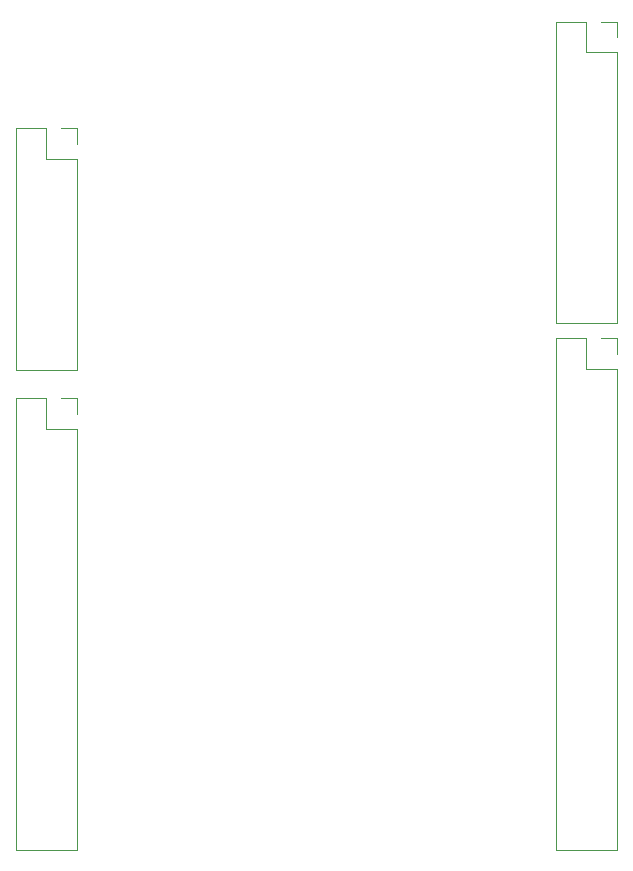
<source format=gbr>
G04 #@! TF.FileFunction,Legend,Bot*
%FSLAX46Y46*%
G04 Gerber Fmt 4.6, Leading zero omitted, Abs format (unit mm)*
G04 Created by KiCad (PCBNEW 4.0.7) date Mon Nov 12 23:25:46 2018*
%MOMM*%
%LPD*%
G01*
G04 APERTURE LIST*
%ADD10C,0.100000*%
%ADD11C,0.120000*%
G04 APERTURE END LIST*
D10*
D11*
X118593000Y-84861000D02*
X113393000Y-84861000D01*
X118593000Y-67021000D02*
X118593000Y-84861000D01*
X113393000Y-64421000D02*
X113393000Y-84861000D01*
X118593000Y-67021000D02*
X115993000Y-67021000D01*
X115993000Y-67021000D02*
X115993000Y-64421000D01*
X115993000Y-64421000D02*
X113393000Y-64421000D01*
X118593000Y-65751000D02*
X118593000Y-64421000D01*
X118593000Y-64421000D02*
X117263000Y-64421000D01*
X118593000Y-125501000D02*
X113393000Y-125501000D01*
X118593000Y-89881000D02*
X118593000Y-125501000D01*
X113393000Y-87281000D02*
X113393000Y-125501000D01*
X118593000Y-89881000D02*
X115993000Y-89881000D01*
X115993000Y-89881000D02*
X115993000Y-87281000D01*
X115993000Y-87281000D02*
X113393000Y-87281000D01*
X118593000Y-88611000D02*
X118593000Y-87281000D01*
X118593000Y-87281000D02*
X117263000Y-87281000D01*
X164313000Y-80924000D02*
X159113000Y-80924000D01*
X164313000Y-58004000D02*
X164313000Y-80924000D01*
X159113000Y-55404000D02*
X159113000Y-80924000D01*
X164313000Y-58004000D02*
X161713000Y-58004000D01*
X161713000Y-58004000D02*
X161713000Y-55404000D01*
X161713000Y-55404000D02*
X159113000Y-55404000D01*
X164313000Y-56734000D02*
X164313000Y-55404000D01*
X164313000Y-55404000D02*
X162983000Y-55404000D01*
X164313000Y-125501000D02*
X159113000Y-125501000D01*
X164313000Y-84801000D02*
X164313000Y-125501000D01*
X159113000Y-82201000D02*
X159113000Y-125501000D01*
X164313000Y-84801000D02*
X161713000Y-84801000D01*
X161713000Y-84801000D02*
X161713000Y-82201000D01*
X161713000Y-82201000D02*
X159113000Y-82201000D01*
X164313000Y-83531000D02*
X164313000Y-82201000D01*
X164313000Y-82201000D02*
X162983000Y-82201000D01*
M02*

</source>
